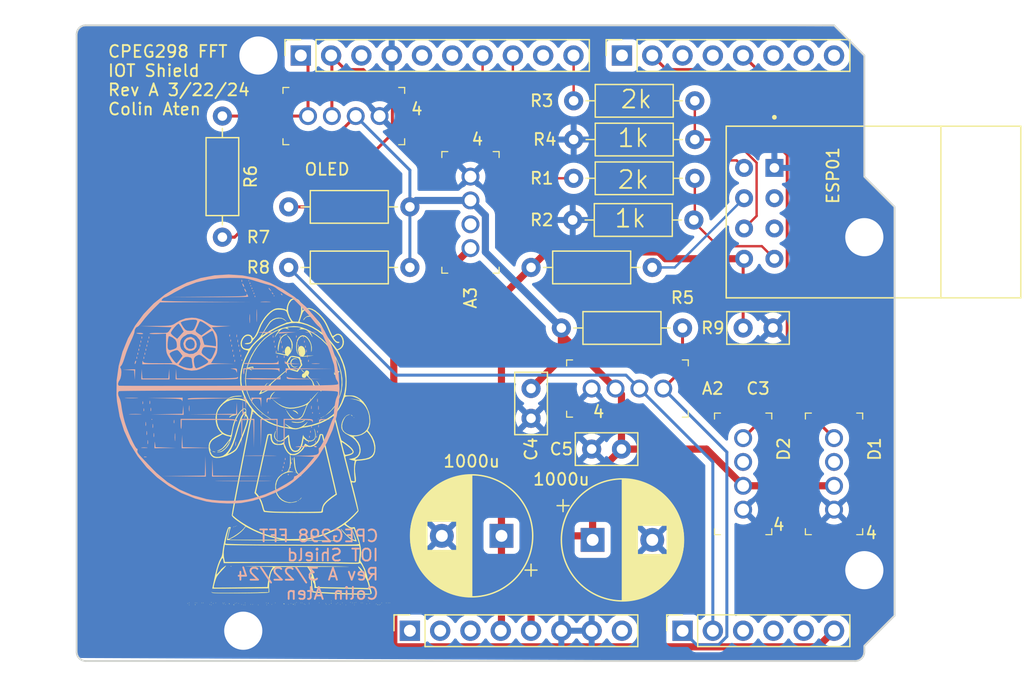
<source format=kicad_pcb>
(kicad_pcb (version 20240108) (generator "pcbnew") (generator_version "8.0")
  (title_block (date "mar. 31 mars 2015"))
  (layers (0 "F.Cu" signal) (31 "B.Cu" signal) (34 "B.Paste" user) (35 "F.Paste" user) (36 "B.SilkS" user "B.Silkscreen") (37 "F.SilkS" user "F.Silkscreen") (38 "B.Mask" user) (39 "F.Mask" user) (44 "Edge.Cuts" user))
  (net 0 "")
  (net 1 "GND")
  (net 3 "+5V")
  (net 4 "/IOREF")
  (net 5 "/SDA{slash}A4")
  (net 6 "/13")
  (net 7 "/12")
  (net 8 "/AREF")
  (net 9 "/8")
  (net 10 "/7")
  (net 11 "+3.3V")
  (net 12 "/UNO_RX")
  (net 13 "/*9")
  (net 14 "/4")
  (net 15 "/2")
  (net 16 "/*5")
  (net 17 "/TX{slash}1")
  (net 18 "/RX{slash}0")
  (net 19 "VCC")
  (net 20 "/~{RESET}")
  (net 21 "/UNO_TX")
  (net 22 "/ESP_RX")
  (net 23 "/ESP_RST")
  (net 26 "/Sound_AO")
  (net 27 "/Sound_AI")
  (net 28 "/POT_AI")
  (net 29 "/Buzzer_DI")
  (net 30 "/BUT_DI")
  (net 31 "/OLED_SDA")
  (net 32 "/OLED_SCL")
  (net 38 "Net-(U1-EN)")
  (footprint "Connector_PinSocket_2.54mm:PinSocket_1x08_P2.54mm_Vertical" (layer "F.Cu") (at 127.94 97.46 90)
    (property "Reference" "J1" (hide yes))
    (property "Value" "Power")
    (pad "1" thru_hole rect (at 0 0 90) (size 1.7 1.7) (drill 1) (layers "*.Cu" "*.Mask"))
    (pad "2" thru_hole oval (at 0 2.54 90) (size 1.7 1.7) (drill 1) (layers "*.Cu" "*.Mask") (net 4 "/IOREF"))
    (pad "3" thru_hole oval (at 0 5.08 90) (size 1.7 1.7) (drill 1) (layers "*.Cu" "*.Mask") (net 20 "/~{RESET}"))
    (pad "4" thru_hole oval (at 0 7.62 90) (size 1.7 1.7) (drill 1) (layers "*.Cu" "*.Mask") (net 11 "+3.3V"))
    (pad "5" thru_hole oval (at 0 10.16 90) (size 1.7 1.7) (drill 1) (layers "*.Cu" "*.Mask") (net 3 "+5V"))
    (pad "6" thru_hole oval (at 0 12.7 90) (size 1.7 1.7) (drill 1) (layers "*.Cu" "*.Mask") (net 1 "GND"))
    (pad "7" thru_hole oval (at 0 15.24 90) (size 1.7 1.7) (drill 1) (layers "*.Cu" "*.Mask") (net 1 "GND"))
    (pad "8" thru_hole oval (at 0 17.78 90) (size 1.7 1.7) (drill 1) (layers "*.Cu" "*.Mask") (net 19 "VCC"))
  )
  (footprint "Connector_PinSocket_2.54mm:PinSocket_1x06_P2.54mm_Vertical" (layer "F.Cu") (at 150.8 97.46 90)
    (property "Reference" "J3" (hide yes))
    (property "Value" "Analog")
    (pad "1" thru_hole rect (at 0 0 90) (size 1.7 1.7) (drill 1) (layers "*.Cu" "*.Mask") (net 27 "/Sound_AI"))
    (pad "2" thru_hole oval (at 0 2.54 90) (size 1.7 1.7) (drill 1) (layers "*.Cu" "*.Mask") (net 26 "/Sound_AO"))
    (pad "3" thru_hole oval (at 0 5.08 90) (size 1.7 1.7) (drill 1) (layers "*.Cu" "*.Mask"))
    (pad "4" thru_hole oval (at 0 7.62 90) (size 1.7 1.7) (drill 1) (layers "*.Cu" "*.Mask"))
    (pad "5" thru_hole oval (at 0 10.16 90) (size 1.7 1.7) (drill 1) (layers "*.Cu" "*.Mask") (net 5 "/SDA{slash}A4"))
    (pad "6" thru_hole oval (at 0 12.7 90) (size 1.7 1.7) (drill 1) (layers "*.Cu" "*.Mask") (net 28 "/POT_AI"))
  )
  (footprint "Connector_PinSocket_2.54mm:PinSocket_1x10_P2.54mm_Vertical" (layer "F.Cu") (at 118.796 49.2 90)
    (property "Reference" "J2" (hide yes))
    (property "Value" "Digital/PWM")
    (pad "1" thru_hole rect (at 0 0 90) (size 1.7 1.7) (drill 1) (layers "*.Cu" "*.Mask") (net 32 "/OLED_SCL"))
    (pad "2" thru_hole oval (at 0 2.54 90) (size 1.7 1.7) (drill 1) (layers "*.Cu" "*.Mask") (net 31 "/OLED_SDA"))
    (pad "3" thru_hole oval (at 0 5.08 90) (size 1.7 1.7) (drill 1) (layers "*.Cu" "*.Mask") (net 8 "/AREF"))
    (pad "4" thru_hole oval (at 0 7.62 90) (size 1.7 1.7) (drill 1) (layers "*.Cu" "*.Mask") (net 1 "GND"))
    (pad "5" thru_hole oval (at 0 10.16 90) (size 1.7 1.7) (drill 1) (layers "*.Cu" "*.Mask") (net 6 "/13"))
    (pad "6" thru_hole oval (at 0 12.7 90) (size 1.7 1.7) (drill 1) (layers "*.Cu" "*.Mask") (net 7 "/12"))
    (pad "7" thru_hole oval (at 0 15.24 90) (size 1.7 1.7) (drill 1) (layers "*.Cu" "*.Mask") (net 21 "/UNO_TX"))
    (pad "8" thru_hole oval (at 0 17.78 90) (size 1.7 1.7) (drill 1) (layers "*.Cu" "*.Mask") (net 12 "/UNO_RX"))
    (pad "9" thru_hole oval (at 0 20.32 90) (size 1.7 1.7) (drill 1) (layers "*.Cu" "*.Mask") (net 13 "/*9"))
    (pad "10" thru_hole oval (at 0 22.86 90) (size 1.7 1.7) (drill 1) (layers "*.Cu" "*.Mask") (net 9 "/8"))
  )
  (footprint "Connector_PinSocket_2.54mm:PinSocket_1x08_P2.54mm_Vertical" (layer "F.Cu") (at 145.72 49.2 90)
    (property "Reference" "J4" (hide yes))
    (property "Value" "Digital/PWM")
    (pad "1" thru_hole rect (at 0 0 90) (size 1.7 1.7) (drill 1) (layers "*.Cu" "*.Mask") (net 10 "/7"))
    (pad "2" thru_hole oval (at 0 2.54 90) (size 1.7 1.7) (drill 1) (layers "*.Cu" "*.Mask") (net 29 "/Buzzer_DI"))
    (pad "3" thru_hole oval (at 0 5.08 90) (size 1.7 1.7) (drill 1) (layers "*.Cu" "*.Mask") (net 16 "/*5"))
    (pad "4" thru_hole oval (at 0 7.62 90) (size 1.7 1.7) (drill 1) (layers "*.Cu" "*.Mask") (net 14 "/4"))
    (pad "5" thru_hole oval (at 0 10.16 90) (size 1.7 1.7) (drill 1) (layers "*.Cu" "*.Mask") (net 30 "/BUT_DI"))
    (pad "6" thru_hole oval (at 0 12.7 90) (size 1.7 1.7) (drill 1) (layers "*.Cu" "*.Mask") (net 15 "/2"))
    (pad "7" thru_hole oval (at 0 15.24 90) (size 1.7 1.7) (drill 1) (layers "*.Cu" "*.Mask") (net 17 "/TX{slash}1"))
    (pad "8" thru_hole oval (at 0 17.78 90) (size 1.7 1.7) (drill 1) (layers "*.Cu" "*.Mask") (net 18 "/RX{slash}0"))
  )
  (footprint "digikey-footprints:PinHeader_1x4_P2mm_Drill1mm" (layer "F.Cu") (at 163.5 81.3 -90)
    (property "Reference" "D1" (at 0.92 -3.4 90) (layer "F.SilkS") (effects (font (thickness 0.153))))
    (property "Value" "Button")
    (pad "1" thru_hole circle (at 0 0 270) (size 1.5 1.5) (drill 1) (layers "*.Cu" "*.Mask") (net 30 "/BUT_DI"))
    (pad "2" thru_hole circle (at 2 0 270) (size 1.5 1.5) (drill 1) (layers "*.Cu" "*.Mask"))
    (pad "3" thru_hole circle (at 4 0 270) (size 1.5 1.5) (drill 1) (layers "*.Cu" "*.Mask") (net 3 "+5V"))
    (pad "4" thru_hole circle (at 6 0 270) (size 1.5 1.5) (drill 1) (layers "*.Cu" "*.Mask") (net 1 "GND"))
  )
  (footprint "Resistor_THT:R_Axial_DIN0207_L6.3mm_D2.5mm_P10.16mm_Horizontal" (layer "F.Cu") (at 117.78 66.98)
    (property "Reference" "R8" (at -2.54 0 0) (layer "F.SilkS") (effects (font (thickness 0.153))))
    (property "Value" "4.7k")
    (pad "1" thru_hole circle (at 0 0) (size 1.6 1.6) (drill 0.8) (layers "*.Cu" "*.Mask") (net 26 "/Sound_AO"))
    (pad "2" thru_hole oval (at 10.16 0) (size 1.6 1.6) (drill 0.8) (layers "*.Cu" "*.Mask") (net 3 "+5V"))
  )
  (footprint "Resistor_THT:R_Axial_DIN0207_L6.3mm_D2.5mm_P10.16mm_Horizontal" (layer "F.Cu") (at 141.67 53)
    (property "Reference" "R3" (hide yes))
    (property "Value" "2k")
    (fp_text user "${REFERENCE}" (at -2.67 0 0) (layer "F.SilkS") (effects (font (thickness 0.153))))
    (pad "1" thru_hole circle (at 0 0) (size 1.6 1.6) (drill 0.8) (layers "*.Cu" "*.Mask") (net 9 "/8"))
    (pad "2" thru_hole oval (at 10.16 0) (size 1.6 1.6) (drill 0.8) (layers "*.Cu" "*.Mask") (net 23 "/ESP_RST"))
  )
  (footprint "digikey-footprints:PinHeader_1x4_P2mm_Drill1mm" (layer "F.Cu") (at 155.88 81.3 -90)
    (property "Reference" "D2" (at 0.92 -3.4 90) (layer "F.SilkS") (effects (font (thickness 0.153))))
    (property "Value" "Buzzer")
    (pad "1" thru_hole circle (at 0 0 270) (size 1.5 1.5) (drill 1) (layers "*.Cu" "*.Mask") (net 29 "/Buzzer_DI"))
    (pad "2" thru_hole circle (at 2 0 270) (size 1.5 1.5) (drill 1) (layers "*.Cu" "*.Mask"))
    (pad "3" thru_hole circle (at 4 0 270) (size 1.5 1.5) (drill 1) (layers "*.Cu" "*.Mask") (net 3 "+5V"))
    (pad "4" thru_hole circle (at 6 0 270) (size 1.5 1.5) (drill 1) (layers "*.Cu" "*.Mask") (net 1 "GND"))
  )
  (footprint "Resistor_THT:R_Axial_DIN0207_L6.3mm_D2.5mm_P10.16mm_Horizontal" (layer "F.Cu") (at 117.78 61.9)
    (property "Reference" "R7" (at -2.54 2.54 0) (layer "F.SilkS") (effects (font (thickness 0.153))))
    (property "Value" "4.7k")
    (pad "1" thru_hole circle (at 0 0) (size 1.6 1.6) (drill 0.8) (layers "*.Cu" "*.Mask") (net 31 "/OLED_SDA"))
    (pad "2" thru_hole oval (at 10.16 0) (size 1.6 1.6) (drill 0.8) (layers "*.Cu" "*.Mask") (net 3 "+5V"))
  )
  (footprint "Capacitor_THT:C_Disc_D5.0mm_W2.5mm_P2.50mm" (layer "F.Cu") (at 143.18 82.22)
    (property "Reference" "C5" (at -2.54 0 0) (layer "F.SilkS") (effects (font (thickness 0.153))))
    (property "Value" ".1u" (hide yes))
    (pad "1" thru_hole circle (at 0 0) (size 1.6 1.6) (drill 0.8) (layers "*.Cu" "*.Mask") (net 1 "GND"))
    (pad "2" thru_hole circle (at 2.5 0) (size 1.6 1.6) (drill 0.8) (layers "*.Cu" "*.Mask") (net 3 "+5V"))
  )
  (footprint "Resistor_THT:R_Axial_DIN0207_L6.3mm_D2.5mm_P10.16mm_Horizontal" (layer "F.Cu") (at 151.83 56.25 180)
    (property "Reference" "R4" (hide yes))
    (property "Value" "1k")
    (fp_text user "${REFERENCE}" (at 12.58 0 180) (layer "F.SilkS") (effects (font (thickness 0.153))))
    (pad "1" thru_hole circle (at 0 0 180) (size 1.6 1.6) (drill 0.8) (layers "*.Cu" "*.Mask") (net 23 "/ESP_RST"))
    (pad "2" thru_hole oval (at 10.16 0 180) (size 1.6 1.6) (drill 0.8) (layers "*.Cu" "*.Mask") (net 1 "GND"))
  )
  (footprint "ESP8266-01_ESP-01:XCVR_ESP8266-01_ESP-01" (layer "F.Cu") (at 166.81 62.44 -90)
    (property "Reference" "U1" (hide yes))
    (property "Value" "ESP8266-01_ESP-01" (hide yes))
    (pad "1" thru_hole rect (at -3.81 8.31 270) (size 1.5 1.5) (drill 0.8) (layers "*.Cu" "*.Mask") (net 1 "GND"))
    (pad "2" thru_hole circle (at -1.27 8.31 270) (size 1.5 1.5) (drill 0.8) (layers "*.Cu" "*.Mask"))
    (pad "3" thru_hole circle (at 1.27 8.31 270) (size 1.5 1.5) (drill 0.8) (layers "*.Cu" "*.Mask"))
    (pad "4" thru_hole circle (at 3.81 8.31 270) (size 1.5 1.5) (drill 0.8) (layers "*.Cu" "*.Mask") (net 22 "/ESP_RX"))
    (pad "5" thru_hole circle (at -3.81 10.85 270) (size 1.5 1.5) (drill 0.8) (layers "*.Cu" "*.Mask") (net 12 "/UNO_RX"))
    (pad "6" thru_hole circle (at -1.27 10.85 270) (size 1.5 1.5) (drill 0.8) (layers "*.Cu" "*.Mask") (net 38 "Net-(U1-EN)"))
    (pad "7" thru_hole circle (at 1.27 10.85 270) (size 1.5 1.5) (drill 0.8) (layers "*.Cu" "*.Mask") (net 23 "/ESP_RST"))
    (pad "8" thru_hole circle (at 3.81 10.85 270) (size 1.5 1.5) (drill 0.8) (layers "*.Cu" "*.Mask") (net 11 "+3.3V"))
  )
  (footprint "Capacitor_THT:C_Disc_D5.0mm_W2.5mm_P2.50mm" (layer "F.Cu") (at 155.88 72.06)
    (property "Reference" "C3" (at 1.25 5.08 0) (layer "F.SilkS") (effects (font (thickness 0.153))))
    (property "Value" ".1u" (hide yes))
    (pad "1" thru_hole circle (at 0 0) (size 1.6 1.6) (drill 0.8) (layers "*.Cu" "*.Mask") (net 11 "+3.3V"))
    (pad "2" thru_hole circle (at 2.5 0) (size 1.6 1.6) (drill 0.8) (layers "*.Cu" "*.Mask") (net 1 "GND"))
  )
  (footprint "Arduino_MountingHole:MountingHole_3.2mm" (layer "F.Cu") (at 115.24 49.2)
    (property "Reference" "MH1" (hide yes))
    (property "Value" "MountingHole_3.2mm" (hide yes))
    (pad "" np_thru_hole circle (at 0 0) (size 3.2 3.2) (drill 3.2) (layers "*.Cu" "*.Mask"))
  )
  (footprint "Resistor_THT:R_Axial_DIN0207_L6.3mm_D2.5mm_P10.16mm_Horizontal" (layer "F.Cu") (at 141.67 59.5)
    (property "Reference" "R1" (hide yes))
    (property "Value" "2k" (hide yes))
    (fp_text user "${REFERENCE}" (at -2.67 0 0) (layer "F.SilkS") (effects (font (thickness 0.153))))
    (pad "1" thru_hole circle (at 0 0) (size 1.6 1.6) (drill 0.8) (layers "*.Cu" "*.Mask") (net 21 "/UNO_TX"))
    (pad "2" thru_hole oval (at 10.16 0) (size 1.6 1.6) (drill 0.8) (layers "*.Cu" "*.Mask") (net 22 "/ESP_RX"))
  )
  (footprint "digikey-footprints:PinHeader_1x4_P2mm_Drill1mm" (layer "F.Cu") (at 133.02 65.36 90)
    (property "Reference" "A3" (at -4.16 0 270) (layer "F.SilkS") (effects (font (thickness 0.153))))
    (property "Value" "POT" (hide yes))
    (pad "1" thru_hole circle (at 0 0 90) (size 1.5 1.5) (drill 1) (layers "*.Cu" "*.Mask") (net 28 "/POT_AI"))
    (pad "2" thru_hole circle (at 2 0 90) (size 1.5 1.5) (drill 1) (layers "*.Cu" "*.Mask"))
    (pad "3" thru_hole circle (at 4 0 90) (size 1.5 1.5) (drill 1) (layers "*.Cu" "*.Mask") (net 3 "+5V"))
    (pad "4" thru_hole circle (at 6 0 90) (size 1.5 1.5) (drill 1) (layers "*.Cu" "*.Mask") (net 1 "GND"))
  )
  (footprint "Resistor_THT:R_Axial_DIN0207_L6.3mm_D2.5mm_P10.16mm_Horizontal" (layer "F.Cu") (at 150.8 72.06 180)
    (property "Reference" "R9" (at -2.54 0 180) (layer "F.SilkS") (effects (font (thickness 0.153))))
    (property "Value" "4.7k")
    (pad "1" thru_hole circle (at 0 0 180) (size 1.6 1.6) (drill 0.8) (layers "*.Cu" "*.Mask") (net 27 "/Sound_AI"))
    (pad "2" thru_hole oval (at 10.16 0 180) (size 1.6 1.6) (drill 0.8) (layers "*.Cu" "*.Mask") (net 3 "+5V"))
  )
  (footprint "digikey-footprints:PinHeader_1x4_P2mm_Drill1mm" (layer "F.Cu") (at 119.4 54.28)
    (property "Reference" "I2C2" (hide yes))
    (property "Value" "OLED" (hide yes))
    (pad "1" thru_hole circle (at 0 0) (size 1.5 1.5) (drill 1) (layers "*.Cu" "*.Mask") (net 32 "/OLED_SCL"))
    (pad "2" thru_hole circle (at 2 0) (size 1.5 1.5) (drill 1) (layers "*.Cu" "*.Mask") (net 31 "/OLED_SDA"))
    (pad "3" thru_hole circle (at 4 0) (size 1.5 1.5) (drill 1) (layers "*.Cu" "*.Mask") (net 3 "+5V"))
    (pad "4" thru_hole circle (at 6 0) (size 1.5 1.5) (drill 1) (layers "*.Cu" "*.Mask") (net 1 "GND"))
  )
  (footprint "Capacitor_THT:CP_Radial_D10.0mm_P5.00mm" (layer "F.Cu") (at 143.26 89.84)
    (property "Reference" "C1" (hide yes))
    (property "Value" "1000u" (at -2.62 -5.08 0) (layer "F.SilkS") (effects (font (thickness 0.153))))
    (pad "1" thru_hole rect (at 0 0) (size 2 2) (drill 1) (layers "*.Cu" "*.Mask") (net 3 "+5V"))
    (pad "2" thru_hole circle (at 5 0) (size 2 2) (drill 1) (layers "*.Cu" "*.Mask") (net 1 "GND"))
  )
  (footprint "Resistor_THT:R_Axial_DIN0207_L6.3mm_D2.5mm_P10.16mm_Horizontal" (layer "F.Cu") (at 138.1 66.98)
    (property "Reference" "R5" (at 12.7 2.54 0) (layer "F.SilkS") (effects (font (thickness 0.153))))
    (property "Value" "10K")
    (pad "1" thru_hole circle (at 0 0) (size 1.6 1.6) (drill 0.8) (layers "*.Cu" "*.Mask") (net 11 "+3.3V"))
    (pad "2" thru_hole oval (at 10.16 0) (size 1.6 1.6) (drill 0.8) (layers "*.Cu" "*.Mask") (net 38 "Net-(U1-EN)"))
  )
  (footprint "Resistor_THT:R_Axial_DIN0207_L6.3mm_D2.5mm_P10.16mm_Horizontal" (layer "F.Cu") (at 151.75 63 180)
    (property "Reference" "R2" (hide yes))
    (property "Value" "1k" (hide yes))
    (fp_text user "${REFERENCE}" (at 12.75 0 180) (layer "F.SilkS") (effects (font (thickness 0.153))))
    (pad "1" thru_hole circle (at 0 0 180) (size 1.6 1.6) (drill 0.8) (layers "*.Cu" "*.Mask") (net 22 "/ESP_RX"))
    (pad "2" thru_hole oval (at 10.16 0 180) (size 1.6 1.6) (drill 0.8) (layers "*.Cu" "*.Mask") (net 1 "GND"))
  )
  (footprint "Capacitor_THT:CP_Radial_D10.0mm_P5.00mm" (layer "F.Cu") (at 135.617677 89.5 180)
    (property "Reference" "C2" (hide yes))
    (property "Value" "1000u" (at 2.5 6.25 180) (layer "F.SilkS") (effects (font (thickness 0.153))))
    (pad "1" thru_hole rect (at 0 0 180) (size 2 2) (drill 1) (layers "*.Cu" "*.Mask") (net 11 "+3.3V"))
    (pad "2" thru_hole circle (at 5 0 180) (size 2 2) (drill 1) (layers "*.Cu" "*.Mask") (net 1 "GND"))
  )
  (footprint "digikey-footprints:PinHeader_1x4_P2mm_Drill1mm" (layer "F.Cu") (at 149.18 77.14 180)
    (property "Reference" "A2" (at -4.16 0 180) (layer "F.SilkS") (effects (font (thickness 0.153))))
    (property "Value" "Sound")
    (pad "1" thru_hole circle (at 0 0 180) (size 1.5 1.5) (drill 1) (layers "*.Cu" "*.Mask") (net 27 "/Sound_AI"))
    (pad "2" thru_hole circle (at 2 0 180) (size 1.5 1.5) (drill 1) (layers "*.Cu" "*.Mask") (net 26 "/Sound_AO"))
    (pad "3" thru_hole circle (at 4 0 180) (size 1.5 1.5) (drill 1) (layers "*.Cu" "*.Mask") (net 3 "+5V"))
    (pad "4" thru_hole circle (at 6 0 180) (size 1.5 1.5) (drill 1) (layers "*.Cu" "*.Mask") (net 1 "GND"))
  )
  (footprint "Capacitor_THT:C_Disc_D5.0mm_W2.5mm_P2.50mm" (layer "F.Cu") (at 138.1 79.64 90)
    (property "Reference" "C4" (at -2.58 0 270) (layer "F.SilkS") (effects (font (thickness 0.153))))
    (property "Value" ".1u")
    (pad "1" thru_hole circle (at 0 0 90) (size 1.6 1.6) (drill 0.8) (layers "*.Cu" "*.Mask") (net 1 "GND"))
    (pad "2" thru_hole circle (at 2.5 0 90) (size 1.6 1.6) (drill 0.8) (layers "*.Cu" "*.Mask") (net 3 "+5V"))
  )
  (footprint "Arduino_MountingHole:MountingHole_3.2mm" (layer "F.Cu") (at 113.97 97.46)
    (property "Reference" "MH2" (hide yes))
    (property "Value" "MountingHole_3.2mm" (hide yes))
    (pad "" np_thru_hole circle (at 0 0) (size 3.2 3.2) (drill 3.2) (layers "*.Cu" "*.Mask"))
  )
  (footprint "Arduino_MountingHole:MountingHole_3.2mm" (layer "F.Cu") (at 166.04 64.44)
    (property "Reference" "MH3" (hide yes))
    (property "Value" "MountingHole_3.2mm" (hide yes))
    (pad "" np_thru_hole circle (at 0 0) (size 3.2 3.2) (drill 3.2) (layers "*.Cu" "*.Mask"))
  )
  (footprint "LOGO" (layer "F.Cu") (at 117.78 82.22)
    (property "Reference" "G***" (hide yes))
    (property "Value" "LOGO" (hide yes))
  )
  (footprint "Resistor_THT:R_Axial_DIN0207_L6.3mm_D2.5mm_P10.16mm_Horizontal" (layer "F.Cu") (at 112.22 54.28 -90)
    (property "Reference" "R6" (at 5.08 -2.37 90) (layer "F.SilkS") (effects (font (thickness 0.153))))
    (property "Value" "4.7k")
    (pad "1" thru_hole circle (at 0 0 270) (size 1.6 1.6) (drill 0.8) (layers "*.Cu" "*.Mask") (net 32 "/OLED_SCL"))
    (pad "2" thru_hole oval (at 10.16 0 270) (size 1.6 1.6) (drill 0.8) (layers "*.Cu" "*.Mask") (net 3 "+5V"))
  )
  (footprint "Arduino_MountingHole:MountingHole_3.2mm" (layer "F.Cu") (at 166.04 92.38)
    (property "Reference" "MH4" (hide yes))
    (property "Value" "MountingHole_3.2mm" (hide yes))
    (pad "" np_thru_hole circle (at 0 0) (size 3.2 3.2) (drill 3.2) (layers "*.Cu" "*.Mask"))
  )
  (footprint "LOGO" (layer "B.Cu") (at 112.7 77.14 180)
    (property "Reference" "G***" (hide yes))
    (property "Value" "LOGO" (hide yes))
  )
  (gr_line (start 166.04 59.36) (end 168.58 61.9) (stroke (width 0.15)) (layer "Edge.Cuts"))
  (gr_line (start 100 99.238) (end 100 47.422) (stroke (width 0.15)) (layer "Edge.Cuts"))
  (gr_line (start 168.58 61.9) (end 168.58 96.19) (stroke (width 0.15)) (layer "Edge.Cuts"))
  (gr_line (start 165.278 100) (end 100.762 100) (stroke (width 0.15)) (layer "Edge.Cuts"))
  (gr_line (start 100.762 46.66) (end 163.5 46.66) (stroke (width 0.15)) (layer "Edge.Cuts"))
  (gr_arc (start 100.762 100) (mid 100.223185 99.776815) (end 100 99.238) (stroke (width 0.15)) (layer "Edge.Cuts"))
  (gr_line (start 168.58 96.19) (end 166.04 98.73) (stroke (width 0.15)) (layer "Edge.Cuts"))
  (gr_line (start 163.5 46.66) (end 166.04 49.2) (stroke (width 0.15)) (layer "Edge.Cuts"))
  (gr_arc (start 166.04 99.238) (mid 165.816815 99.776815) (end 165.278 100) (stroke (width 0.15)) (layer "Edge.Cuts"))
  (gr_line (start 166.04 49.2) (end 166.04 59.36) (stroke (width 0.15)) (layer "Edge.Cuts"))
  (gr_line (start 166.04 98.73) (end 166.04 99.238) (stroke (width 0.15)) (layer "Edge.Cuts"))
  (gr_arc (start 100 47.422) (mid 100.223185 46.883185) (end 100.762 46.66) (stroke (width 0.15)) (layer "Edge.Cuts"))
  (gr_text "CPEG298 FFT\nIOT Shield\nRev A 3/22/24\nColin Aten" (at 125.4 94.92 0) (layer "B.SilkS") (effects (font (size 1 1) (thickness 0.153)) (justify left bottom mirror)))
  (gr_text "4" (at 133.02 56.82 0) (layer "F.SilkS") (effects (font (size 1 1) (thickness 0.153)) (justify left bottom)))
  (gr_text "2k" (at 145.5 53.75 0) (layer "F.SilkS") (effects (font (size 1.5 1.5) (thickness 0.153)) (justify left bottom)))
  (gr_text "OLED" (at 121 58.75 0) (layer "F.SilkS") (effects (font (size 1 1) (thickness 0.153))))
  (gr_text "4" (at 127.94 54.28 0) (layer "F.SilkS") (effects (font (size 1 1) (thickness 0.153)) (justify left bottom)))
  (gr_text "1k" (at 145.25 57 0) (layer "F.SilkS") (effects (font (size 1.5 1.5) (thickness 0.153)) (justify left bottom)))
  (gr_text "4" (at 158.28 89.15 0) (layer "F.SilkS") (effects (font (size 1 1) (thickness 0.153)) (justify left bottom)))
  (gr_text "1k" (at 145 63.75 0) (layer "F.SilkS") (effects (font (size 1.5 1.5) (thickness 0.153)) (justify left bottom)))
  (gr_text "CPEG298 FFT\nIOT Shield\nRev A 3/22/24\nColin Aten" (at 102.54 54.28 0) (layer "F.SilkS") (effects (font (size 1 1) (thickness 0.153)) (justify left bottom)))
  (gr_text "ESP01" (at 164 61.75 90) (layer "F.SilkS") (effects (font (size 1 1) (thickness 0.153)) (justify left bottom)))
  (gr_text "4" (at 143.18 79.68 0) (layer "F.SilkS") (effects (font (size 1 1) (thickness 0.153)) (justify left bottom)))
  (gr_text "2k" (at 145.25 60.5 0) (layer "F.SilkS") (effects (font (size 1.5 1.5) (thickness 0.153)) (justify left bottom)))
  (gr_text "4" (at 166.04 89.84 0) (layer "F.SilkS") (effects (font (size 1 1) (thickness 0.153)) (justify left bottom)))
  (segment (start 140.64 74.6) (end 138.1 77.14) (width 0.6) (layer "F.Cu") (net 3))
  (segment (start 140.64 72.6) (end 140.64 72.06) (width 0.6) (layer "F.Cu") (net 3))
  (segment (start 143.26 84.64) (end 145.68 82.22) (width 0.6) (layer "F.Cu") (net 3))
  (segment (start 140.64 72.06) (end 140.64 74.6) (width 0.6) (layer "F.Cu") (net 3))
  (segment (start 145.68 82.22) (end 145.68 77.64) (width 0.6) (layer "F.Cu") (net 3))
  (segment (start 145.68 82.22) (end 152.8 82.22) (width 0.6) (layer "F.Cu") (net 3))
  (segment (start 141 89.5) (end 143.26 89.5) (width 0.6) (layer "F.Cu") (net 3))
  (segment (start 155.88 85.3) (end 163.5 85.3) (width 0.6) (layer "F.Cu") (net 3))
  (segment (start 113.24 64.44) (end 123.4 54.28) (width 0.25) (layer "F.Cu") (net 3))
  (segment (start 145.18 77.14) (end 140.64 72.6) (width 0.6) (layer "F.Cu") (net 3))
  (segment (start 138.1 92.4) (end 141 89.5) (width 0.6) (layer "F.Cu") (net 3))
  (segment (start 152.8 82.22) (end 155.88 85.3) (width 0.6) (layer "F.Cu") (net 3))
  (segment (start 145.68 77.64) (end 145.18 77.14) (width 0.6) (layer "F.Cu") (net 3))
  (segment (start 143.26 89.5) (end 143.26 84.64) (width 0.6) (layer "F.Cu") (net 3))
  (segment (start 138.1 97.46) (end 138.1 92.4) (width 0.6) (layer "F.Cu") (net 3))
  (segment (start 112.22 64.44) (end 113.24 64.44) (width 0.25) (layer "F.Cu") (net 3))
  (segment (start 133.02 61.36) (end 128.48 61.36) (width 0.6) (layer "B.Cu") (net 3))
  (segment (start 134.27 62.61) (end 133.02 61.36) (width 0.6) (layer "B.Cu") (net 3))
  (segment (start 127.94 58.82) (end 127.94 61.9) (width 0.25) (layer "B.Cu") (net 3))
  (segment (start 123.4 54.28) (end 127.94 58.82) (width 0.25) (layer "B.Cu") (net 3))
  (segment (start 140.64 72.06) (end 134.27 65.69) (width 0.6) (layer "B.Cu") (net 3))
  (segment (start 127.94 66.98) (end 127.94 61.9) (width 0.25) (layer "B.Cu") (net 3))
  (segment (start 128.48 61.36) (end 127.94 61.9) (width 0.6) (layer "B.Cu") (net 3))
  (segment (start 134.27 65.69) (end 134.27 62.61) (width 0.6) (layer "B.Cu") (net 3))
  (segment (start 141.67 53) (end 141.67 49.214) (width 0.2) (layer "F.Cu") (net 9))
  (segment (start 141.67 49.214) (end 141.656 49.2) (width 0.2) (layer "F.Cu") (net 9))
  (segment (start 149.368478 66.25) (end 155.96 66.25) (width 0.6) (layer "F.Cu") (net 11))
  (segment (start 155.88 66.33) (end 155.96 66.25) (width 0.25) (layer "F.Cu") (net 11))
  (segment (start 148.798478 65.68) (end 149.368478 66.25) (width 0.6) (layer "F.Cu") (net 11))
  (segment (start 135.617677 89.5) (end 135.617677 97.402323) (width 0.6) (layer "F.Cu") (net 11))
  (segment (start 138.1 66.98) (end 139.4 65.68) (width 0.6) (layer "F.Cu") (net 11))
  (segment (start 135.617677 97.402323) (end 135.56 97.46) (width 0.6) (layer "F.Cu") (net 11))
  (segment (start 155.88 72.06) (end 155.88 66.33) (width 0.25) (layer "F.Cu") (net 11))
  (segment (start 139.4 65.68) (end 148.798478 65.68) (width 0.6) (layer "F.Cu") (net 11))
  (segment (start 135.617677 69.462323) (end 138.1 66.98) (width 0.6) (layer "F.Cu") (net 11))
  (segment (start 135.617677 89.5) (end 135.617677 69.462323) (width 0.6) (layer "F.Cu") (net 11))
  (segment (start 155.33 58) (end 155.96 58.63) (width 0.2) (layer "F.Cu") (net 12))
  (segment (start 136.576 49.2) (end 136.576 55.326) (width 0.2) (layer "F.Cu") (net 12))
  (segment (start 139.25 58) (end 155.33 58) (width 0.2) (layer "F.Cu") (net 12))
  (segment (start 136.576 55.326) (end 139.25 58) (width 0.2) (layer "F.Cu") (net 12))
  (segment (start 138.25 59.5) (end 141.67 59.5) (width 0.2) (layer "F.Cu") (net 21))
  (segment (start 134.036 49.2) (end 134.036 55.286) (width 0.2) (layer "F.Cu") (net 21))
  (segment (start 134.036 55.286) (end 138.25 59.5) (width 0.2) (layer "F.Cu") (net 21))
  (segment (start 151.83 63.25) (end 151.83 59.75) (width 0.2) (layer "F.Cu") (net 22))
  (segment (start 151.83 63.25) (end 153.78 65.2) (width 0.2) (layer "F.Cu") (net 22))
  (segment (start 157.45 65.2) (end 158.5 66.25) (width 0.2) (layer "F.Cu") (net 22))
  (segment (start 153.78 65.2) (end 157.45 65.2) (width 0.2) (layer "F.Cu") (net 22))
  (segment (start 157.01 62.66) (end 155.96 63.71) (width 0.2) (layer "F.Cu") (net 23))
  (segment (start 155.064925 56.25) (end 157.01 58.195075) (width 0.2) (layer "F.Cu") (net 23))
  (segment (start 157.01 58.195075) (end 157.01 62.66) (width 0.2) (layer "F.Cu") (net 23))
  (segment (start 151.83 56.25) (end 151.83 53) (width 0.2) (layer "F.Cu") (net 23))
  (segment (start 151.83 56.25) (end 155.064925 56.25) (width 0.2) (layer "F.Cu") (net 23))
  (segment (start 126.815 76.015) (end 146.055 76.015) (width 0.25) (layer "B.Cu") (net 26))
  (segment (start 117.78 66.98) (end 126.815 76.015) (width 0.25) (layer "B.Cu") (net 26))
  (segment (start 147.18 77.14) (end 153.34 83.3) (width 0.25) (layer "B.Cu") (net 26))
  (segment (start 153.34 83.3) (end 153.34 97.46) (width 0.25) (layer "B.Cu") (net 26))
  (segment (start 146.055 76.015) (end 147.18 77.14) (width 0.25) (layer "B.Cu") (net 26))
  (segment (start 149.18 77.14) (end 150.8 75.52) (width 0.25) (layer "F.Cu") (net 27))
  (segment (start 150.8 75.52) (end 150.8 72.06) (width 0.25) (layer "F.Cu") (net 27))
  (segment (start 153.826701 98.635) (end 151.975 98.635) (width 0.25) (layer "B.Cu") (net 27))
  (segment (start 149.18 77.14) (end 154.515 82.475) (width 0.25) (layer "B.Cu") (net 27))
  (segment (start 154.515 97.946701) (end 153.826701 98.635) (width 0.25) (layer "B.Cu") (net 27))
  (segment (start 151.975 98.635) (end 150.8 97.46) (width 0.25) (layer "B.Cu") (net 27))
  (segment (start 154.515 82.475) (end 154.515 97.946701) (width 0.25) (layer "B.Cu") (net 27))
  (segment (start 126.59 71.79) (end 133.02 65.36) (width 0.6) (layer "F.Cu") (net 28))
  (segment (start 162.15 98.81) (end 126.59 98.81) (width 0.6) (layer "F.Cu") (net 28))
  (segment (start 126.59 98.81) (end 126.59 71.79) (width 0.6) (layer "F.Cu") (net 28))
  (segment (start 163.5 97.46) (end 162.15 98.81) (width 0.6) (layer "F.Cu") (net 28))
  (segment (start 159.575 57.555) (end 152.395 50.375) (width 0.25) (layer "F.Cu") (net 29))
  (segment (start 155.88 81.3) (end 159.575 77.605) (width 0.25) (layer "F.Cu") (net 29))
  (segment (start 149.435 50.375) (end 148.26 49.2) (width 0.25) (layer "F.Cu") (net 29))
  (segment (start 152.395 50.375) (end 149.435 50.375) (width 0.25) (layer "F.Cu") (net 29))
  (segment (start 159.575 77.605) (end 159.575 57.555) (width 0.25) (layer "F.Cu") (net 29))
  (segment (start 160.96 78.76) (end 160.96 54.28) (width 0.25) (layer "F.Cu") (net 30))
  (segment (start 163.5 81.3) (end 160.96 78.76) (width 0.25) (layer "F.Cu") (net 30))
  (segment (start 160.96 54.28) (end 155.88 49.2) (width 0.25) (layer "F.Cu") (net 30))
  (segment (start 120.32 61.9) (end 117.78 61.9) (width 0.25) (layer "F.Cu") (net 31))
  (segment (start 122.511 50.375) (end 124.035 50.375) (width 0.25) (layer "F.Cu") (net 31))
  (segment (start 124.035 50.375) (end 126.475 52.815) (width 0.25) (layer "F.Cu") (net 31))
  (segment (start 126.475 52.815) (end 126.475 55.745) (width 0.25) (layer "F.Cu") (net 31))
  (segment (start 121.4 49.264) (end 121.336 49.2) (width 0.25) (layer "F.Cu") (net 31))
  (segment (start 121.336 49.2) (end 122.511 50.375) (width 0.25) (layer "F.Cu") (net 31))
  (segment (start 126.475 55.745) (end 120.32 61.9) (width 0.25) (layer "F.Cu") (net 31))
  (segment (start 121.4 54.28) (end 121.4 49.264) (width 0.25) (layer "F.Cu") (net 31))
  (segment (start 119.4 54.28) (end 119.4 49.804) (width 0.25) (layer "F.Cu") (net 32))
  (segment (start 112.22 54.28) (end 119.4 54.28) (width 0.25) (layer "F.Cu") (net 32))
  (segment (start 119.4 49.804) (end 118.796 49.2) (width 0.25) (layer "F.Cu") (net 32))
  (segment (start 155.96 61.17) (end 150.15 66.98) (width 0.2) (layer "B.Cu") (net 38))
  (segment (start 150.15 66.98) (end 148.26 66.98) (width 0.2) (layer "B.Cu") (net 38))
  (zone (net 1) (net_name "GND") (layer "B.Cu") (connect_pads (clearance 0.508)) (min_thickness 0.25) (fill yes (thermal_gap 0.5) (thermal_bridge_width 0.5))
    (polygon (pts (xy 100 99.75) (xy 100 46.5) (xy 163.75 46.75) (xy 166.25 49.25) (xy 166.25 59.25) (xy 168.75 62) (xy 168.75 96.25) (xy 166.25 98.75) (xy 166 100)))
  )
)
</source>
